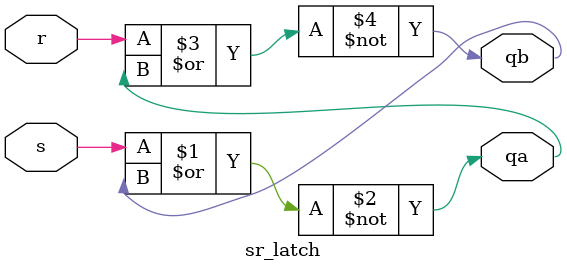
<source format=sv>
`timescale 1ns / 1ps
module sr_latch (output logic qa, output logic qb, input logic s,
	input logic r);
   
   // add your code here
   assign  qa = ~(s | qb);
	assign  qb = ~(r | qa);

endmodule

</source>
